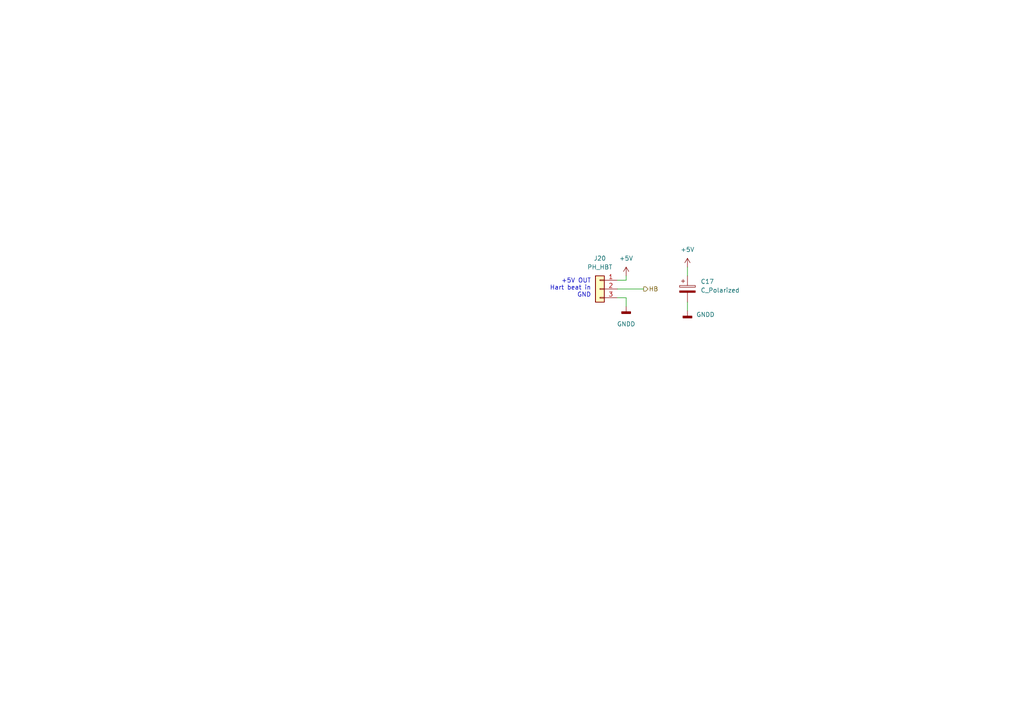
<source format=kicad_sch>
(kicad_sch (version 20211123) (generator eeschema)
  (paper "A4")
  (title_block (title "Arty Z7 IO expander card") (date "2022-12-24") (rev "0.1") (company "HiQ"))
  (lib_symbols
    (symbol "Connector_Generic:Conn_01x03" (pin_names (offset 1.016) hide)
      (property "Reference" "J" (at 0 5.08 0))
      (property "Value" "Conn_01x03" (at 0 -5.08 0))
      (symbol "Conn_01x03_1_1"
        (rectangle (start -1.27 -2.413) (end 0 -2.667) (stroke (width 0.1524)))
        (rectangle (start -1.27 0.127) (end 0 -0.127) (stroke (width 0.1524)))
        (rectangle (start -1.27 2.667) (end 0 2.413) (stroke (width 0.1524)))
        (rectangle (start -1.27 3.81) (end 1.27 -3.81) (stroke (width 0.254)) (fill (type background)))
        (pin passive line (at -5.08 2.54 0) (length 3.81) (name "Pin_1") (number "1"))
        (pin passive line (at -5.08 0 0) (length 3.81) (name "Pin_2") (number "2"))
        (pin passive line (at -5.08 -2.54 0) (length 3.81) (name "Pin_3") (number "3"))
      )
    )
    (symbol "Device:C_Polarized" (pin_numbers hide) (pin_names (offset 0.254))
      (property "Reference" "C" (at 0.635 2.54 0))
      (property "Value" "C_Polarized" (at 0.635 -2.54 0))
      (symbol "C_Polarized_0_1"
        (rectangle (start -2.286 0.508) (end 2.286 1.016))
        (polyline (pts (xy -1.778 2.286) (xy -0.762 2.286)))
        (polyline (pts (xy -1.27 2.794) (xy -1.27 1.778)))
        (rectangle (start 2.286 -0.508) (end -2.286 -1.016) (fill (type outline)))
      )
      (symbol "C_Polarized_1_1"
        (pin passive line (at 0 3.81 270) (length 2.794) (name "~") (number "1"))
        (pin passive line (at 0 -3.81 90) (length 2.794) (name "~") (number "2"))
      )
    )
    (symbol "power:+5V" (power) (pin_names (offset 0))
      (property "Value" "+5V" (at 0 3.556 0))
      (symbol "+5V_0_1"
        (polyline (pts (xy -0.762 1.27) (xy 0 2.54)))
        (polyline (pts (xy 0 0) (xy 0 2.54)))
        (polyline (pts (xy 0 2.54) (xy 0.762 1.27)))
      )
      (symbol "+5V_1_1"
        (pin power_in line (at 0 0 90) (length 0) hide (name "+5V") (number "1"))
      )
    )
    (symbol "power:GNDD" (power) (pin_names (offset 0))
      (property "Value" "GNDD" (at 0 -3.175 0))
      (symbol "GNDD_0_1"
        (rectangle (start -1.27 -1.524) (end 1.27 -2.032) (stroke (width 0.254)) (fill (type outline)))
        (polyline (pts (xy 0 0) (xy 0 -1.524)))
      )
      (symbol "GNDD_1_1"
        (pin power_in line (at 0 0 270) (length 0) hide (name "GNDD") (number "1"))
      )
    )
  )
  (wire (pts (xy 179.07 86.36) (xy 181.61 86.36)))
  (wire (pts (xy 181.61 80.01) (xy 181.61 81.28)))
  (wire (pts (xy 186.69 83.82) (xy 179.07 83.82)))
  (wire (pts (xy 181.61 86.36) (xy 181.61 88.9)))
  (wire (pts (xy 199.39 87.63) (xy 199.39 90.17)))
  (wire (pts (xy 179.07 81.28) (xy 181.61 81.28)))
  (wire (pts (xy 199.39 77.47) (xy 199.39 80.01)))
  (text "+5V OUT\nHart beat in\nGND" (at 171.45 86.36 180) (effects (font (size 1.27 1.27)) (justify right bottom)))
  (hierarchical_label "HB" (shape output) (at 186.69 83.82 0))
  (symbol (lib_id "power:+5V") (at 181.61 80.01 0) (unit 1)
    (property "Reference" "#PWR048" (effects hide))
    (property "Value" "+5V" (at 181.61 74.93 0))
  )
  (symbol (lib_id "Connector_Generic:Conn_01x03") (at 173.99 83.82 0) (mirror y) (unit 1)
    (property "Reference" "J20" (at 173.99 74.93 0))
    (property "Value" "PH_HBT" (at 173.99 77.47 0))
    (property "Footprint" "Connector_PinHeader_2.54mm:PinHeader_1x03_P2.54mm_Vertical" (effects hide))
  )
  (symbol (lib_id "power:GNDD") (at 181.61 88.9 0) (unit 1)
    (property "Reference" "#PWR049" (effects hide))
    (property "Value" "GNDD" (at 181.61 93.98 0))
  )
  (symbol (lib_id "power:+5V") (at 199.39 77.47 0) (unit 1)
    (property "Reference" "#PWR0102" (effects hide))
    (property "Value" "+5V" (at 199.39 72.39 0))
  )
  (symbol (lib_id "power:GNDD") (at 199.39 90.17 0) (unit 1)
    (property "Reference" "#PWR094" (effects hide))
    (property "Value" "GNDD" (at 201.93 91.2494 0) (effects (justify left)))
  )
  (symbol (lib_id "Device:C_Polarized") (at 199.39 83.82 0) (unit 1)
    (property "Reference" "C17" (at 203.2 81.6609 0) (effects (justify left)))
    (property "Value" "C_Polarized" (at 203.2 84.2009 0) (effects (justify left)))
    (property "Footprint" "Capacitor_SMD:C_0805_2012Metric_Pad1.18x1.45mm_HandSolder" (effects hide))
  )
)
</source>
